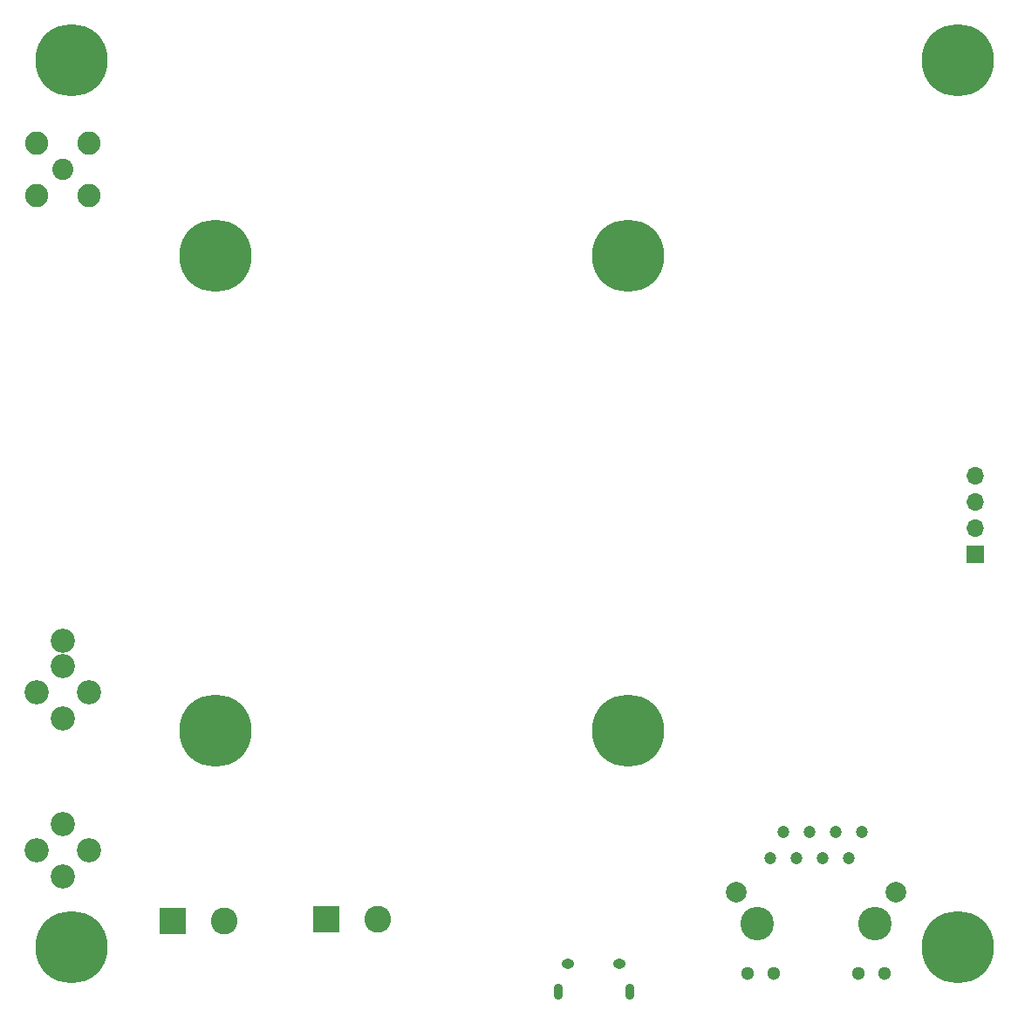
<source format=gbs>
G04 #@! TF.GenerationSoftware,KiCad,Pcbnew,7.0.6-7.0.6~ubuntu22.04.1*
G04 #@! TF.CreationDate,2023-07-26T21:33:09+03:00*
G04 #@! TF.ProjectId,TACNPR,5441434e-5052-42e6-9b69-6361645f7063,rev?*
G04 #@! TF.SameCoordinates,Original*
G04 #@! TF.FileFunction,Soldermask,Bot*
G04 #@! TF.FilePolarity,Negative*
%FSLAX46Y46*%
G04 Gerber Fmt 4.6, Leading zero omitted, Abs format (unit mm)*
G04 Created by KiCad (PCBNEW 7.0.6-7.0.6~ubuntu22.04.1) date 2023-07-26 21:33:09*
%MOMM*%
%LPD*%
G01*
G04 APERTURE LIST*
%ADD10C,3.900000*%
%ADD11C,7.000000*%
%ADD12C,2.050000*%
%ADD13C,2.250000*%
%ADD14R,1.700000X1.700000*%
%ADD15O,1.700000X1.700000*%
%ADD16R,2.600000X2.600000*%
%ADD17C,2.600000*%
%ADD18C,2.350000*%
%ADD19O,0.890000X1.550000*%
%ADD20O,1.250000X0.950000*%
%ADD21C,3.250000*%
%ADD22C,1.200000*%
%ADD23C,1.300000*%
%ADD24C,2.000000*%
G04 APERTURE END LIST*
D10*
X95864000Y-43540000D03*
D11*
X95864000Y-43540000D03*
D10*
X95864000Y-129540000D03*
D11*
X95864000Y-129540000D03*
D10*
X109864000Y-108540000D03*
D11*
X109864000Y-108540000D03*
D10*
X149864000Y-62540000D03*
D11*
X149864000Y-62540000D03*
D10*
X181864000Y-129540000D03*
D11*
X181864000Y-129540000D03*
D10*
X109864000Y-62540000D03*
D11*
X109864000Y-62540000D03*
D10*
X149864000Y-108540000D03*
D11*
X149864000Y-108540000D03*
D12*
X94996000Y-54102000D03*
D13*
X92456000Y-56642000D03*
X97536000Y-56642000D03*
X92456000Y-51562000D03*
X97536000Y-51562000D03*
D14*
X183591200Y-91490800D03*
D15*
X183591200Y-88950800D03*
X183591200Y-86410800D03*
X183591200Y-83870800D03*
D16*
X105664000Y-127050800D03*
D17*
X110664000Y-127050800D03*
D16*
X120599200Y-126898400D03*
D17*
X125599200Y-126898400D03*
D10*
X181864000Y-43540000D03*
D11*
X181864000Y-43540000D03*
D18*
X94996000Y-122682000D03*
X92456000Y-120142000D03*
X97536000Y-120142000D03*
X94996000Y-117602000D03*
X94996000Y-107362000D03*
X92456000Y-104822000D03*
X97536000Y-104822000D03*
X94996000Y-102282000D03*
X94996000Y-99822000D03*
D19*
X143083400Y-133888000D03*
D20*
X144083400Y-131188000D03*
X149083400Y-131188000D03*
D19*
X150083400Y-133888000D03*
D21*
X173863000Y-127254000D03*
X162433000Y-127254000D03*
D22*
X163703000Y-120904000D03*
X164973000Y-118364000D03*
X166243000Y-120904000D03*
X167513000Y-118364000D03*
X168783000Y-120904000D03*
X170053000Y-118364000D03*
X171323000Y-120904000D03*
X172593000Y-118364000D03*
D23*
X161523000Y-132154000D03*
X164063000Y-132154000D03*
X172233000Y-132154000D03*
X174773000Y-132154000D03*
D24*
X160403000Y-124204000D03*
X175893000Y-124204000D03*
M02*

</source>
